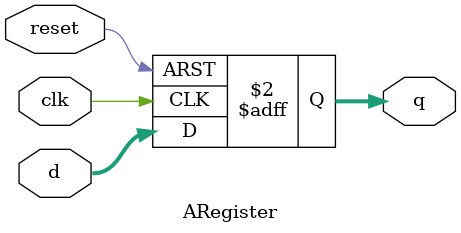
<source format=v>
`timescale 1ns / 1ps
module ARegister(
    input clk,
    input reset,
    input [31:0] d,
    output reg [31:0] q
    );

always @(posedge clk or posedge reset)
	if(reset)
		q <= 32'b0;
	else	
		q <= d;

endmodule

</source>
